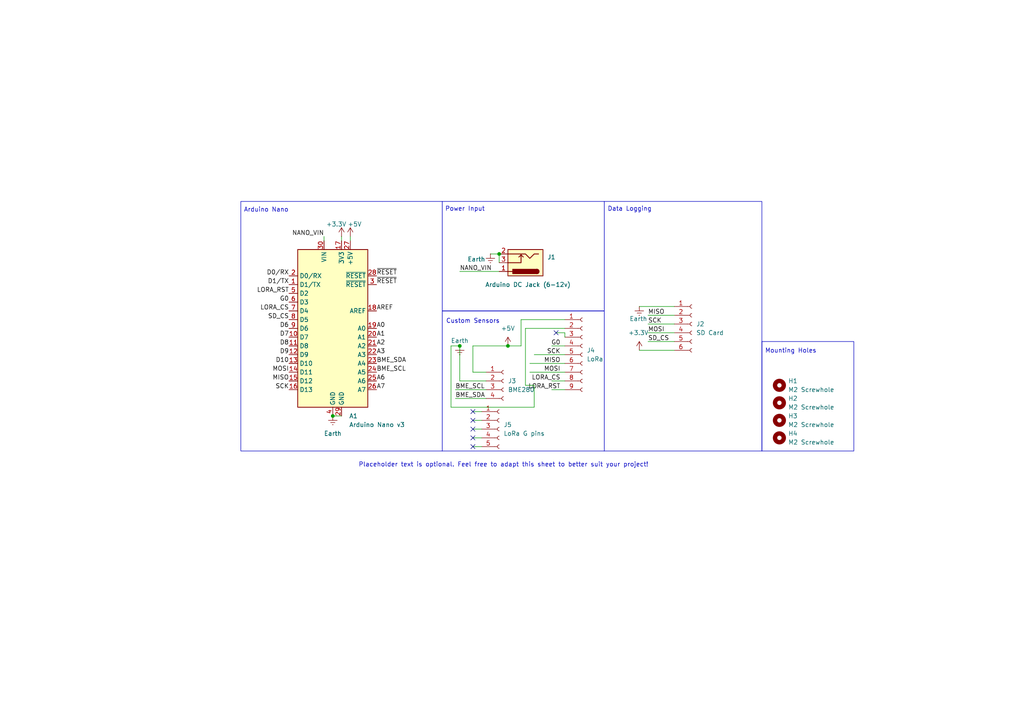
<source format=kicad_sch>
(kicad_sch (version 20250114) (generator "eeschema") (generator_version "9.0")
  (paper "A4")
  (title_block (title "LoRa thingy") (company "StratoScience Lab") (comment 1 "by Logan Caramanna"))
  (lib_symbols
    (symbol "Connector:Barrel_Jack_Switch" (pin_names (hide yes))
      (property "Reference" "J" (at 0 5.334 0))
      (property "Value" "Barrel_Jack_Switch" (at 0 -5.08 0))
      (symbol "Barrel_Jack_Switch_0_1"
        (rectangle (start -5.08 3.81) (end 5.08 -3.81) (stroke (width 0.254)) (fill (type background)))
        (polyline (pts (xy -3.81 -2.54) (xy -2.54 -2.54) (xy -1.27 -1.27) (xy 0 -2.54) (xy 2.54 -2.54) (xy 5.08 -2.54)) (stroke (width 0.254)))
        (arc (start -3.302 1.905) (mid -3.9343 2.54) (end -3.302 3.175) (stroke (width 0.254)))
        (arc (start -3.302 1.905) (mid -3.9343 2.54) (end -3.302 3.175) (stroke (width 0.254)) (fill (type outline)))
        (polyline (pts (xy 1.27 -2.286) (xy 1.905 -1.651)) (stroke (width 0.254)))
        (rectangle (start 3.683 3.175) (end -3.302 1.905) (stroke (width 0.254)) (fill (type outline)))
        (polyline (pts (xy 5.08 2.54) (xy 3.81 2.54)) (stroke (width 0.254)))
        (polyline (pts (xy 5.08 0) (xy 1.27 0) (xy 1.27 -2.286) (xy 0.635 -1.651)) (stroke (width 0.254)))
      )
      (symbol "Barrel_Jack_Switch_1_1"
        (pin passive line (at 7.62 2.54 180) (length 2.54) (name "~") (number "1"))
        (pin passive line (at 7.62 0 180) (length 2.54) (name "~") (number "3"))
        (pin passive line (at 7.62 -2.54 180) (length 2.54) (name "~") (number "2"))
      )
    )
    (symbol "Connector:Conn_01x04_Socket" (pin_names (offset 1.016) (hide yes))
      (property "Reference" "J" (at 0 5.08 0))
      (property "Value" "Conn_01x04_Socket" (at 0 -7.62 0))
      (symbol "Conn_01x04_Socket_1_1"
        (polyline (pts (xy -1.27 2.54) (xy -0.508 2.54)) (stroke (width 0.1524)))
        (polyline (pts (xy -1.27 0) (xy -0.508 0)) (stroke (width 0.1524)))
        (polyline (pts (xy -1.27 -2.54) (xy -0.508 -2.54)) (stroke (width 0.1524)))
        (polyline (pts (xy -1.27 -5.08) (xy -0.508 -5.08)) (stroke (width 0.1524)))
        (arc (start 0 2.032) (mid -0.5058 2.54) (end 0 3.048) (stroke (width 0.1524)))
        (arc (start 0 -0.508) (mid -0.5058 0) (end 0 0.508) (stroke (width 0.1524)))
        (arc (start 0 -3.048) (mid -0.5058 -2.54) (end 0 -2.032) (stroke (width 0.1524)))
        (arc (start 0 -5.588) (mid -0.5058 -5.08) (end 0 -4.572) (stroke (width 0.1524)))
        (pin passive line (at -5.08 2.54 0) (length 3.81) (name "Pin_1") (number "1"))
        (pin passive line (at -5.08 0 0) (length 3.81) (name "Pin_2") (number "2"))
        (pin passive line (at -5.08 -2.54 0) (length 3.81) (name "Pin_3") (number "3"))
        (pin passive line (at -5.08 -5.08 0) (length 3.81) (name "Pin_4") (number "4"))
      )
    )
    (symbol "Connector:Conn_01x05_Socket" (pin_names (offset 1.016) (hide yes))
      (property "Reference" "J" (at 0 7.62 0))
      (property "Value" "Conn_01x05_Socket" (at 0 -7.62 0))
      (symbol "Conn_01x05_Socket_1_1"
        (polyline (pts (xy -1.27 5.08) (xy -0.508 5.08)) (stroke (width 0.1524)))
        (polyline (pts (xy -1.27 2.54) (xy -0.508 2.54)) (stroke (width 0.1524)))
        (polyline (pts (xy -1.27 0) (xy -0.508 0)) (stroke (width 0.1524)))
        (polyline (pts (xy -1.27 -2.54) (xy -0.508 -2.54)) (stroke (width 0.1524)))
        (polyline (pts (xy -1.27 -5.08) (xy -0.508 -5.08)) (stroke (width 0.1524)))
        (arc (start 0 4.572) (mid -0.5058 5.08) (end 0 5.588) (stroke (width 0.1524)))
        (arc (start 0 2.032) (mid -0.5058 2.54) (end 0 3.048) (stroke (width 0.1524)))
        (arc (start 0 -0.508) (mid -0.5058 0) (end 0 0.508) (stroke (width 0.1524)))
        (arc (start 0 -3.048) (mid -0.5058 -2.54) (end 0 -2.032) (stroke (width 0.1524)))
        (arc (start 0 -5.588) (mid -0.5058 -5.08) (end 0 -4.572) (stroke (width 0.1524)))
        (pin passive line (at -5.08 5.08 0) (length 3.81) (name "Pin_1") (number "1"))
        (pin passive line (at -5.08 2.54 0) (length 3.81) (name "Pin_2") (number "2"))
        (pin passive line (at -5.08 0 0) (length 3.81) (name "Pin_3") (number "3"))
        (pin passive line (at -5.08 -2.54 0) (length 3.81) (name "Pin_4") (number "4"))
        (pin passive line (at -5.08 -5.08 0) (length 3.81) (name "Pin_5") (number "5"))
      )
    )
    (symbol "Connector:Conn_01x06_Socket" (pin_names (offset 1.016) (hide yes))
      (property "Reference" "J" (at 0 7.62 0))
      (property "Value" "Conn_01x06_Socket" (at 0 -10.16 0))
      (symbol "Conn_01x06_Socket_1_1"
        (polyline (pts (xy -1.27 5.08) (xy -0.508 5.08)) (stroke (width 0.1524)))
        (polyline (pts (xy -1.27 2.54) (xy -0.508 2.54)) (stroke (width 0.1524)))
        (polyline (pts (xy -1.27 0) (xy -0.508 0)) (stroke (width 0.1524)))
        (polyline (pts (xy -1.27 -2.54) (xy -0.508 -2.54)) (stroke (width 0.1524)))
        (polyline (pts (xy -1.27 -5.08) (xy -0.508 -5.08)) (stroke (width 0.1524)))
        (polyline (pts (xy -1.27 -7.62) (xy -0.508 -7.62)) (stroke (width 0.1524)))
        (arc (start 0 4.572) (mid -0.5058 5.08) (end 0 5.588) (stroke (width 0.1524)))
        (arc (start 0 2.032) (mid -0.5058 2.54) (end 0 3.048) (stroke (width 0.1524)))
        (arc (start 0 -0.508) (mid -0.5058 0) (end 0 0.508) (stroke (width 0.1524)))
        (arc (start 0 -3.048) (mid -0.5058 -2.54) (end 0 -2.032) (stroke (width 0.1524)))
        (arc (start 0 -5.588) (mid -0.5058 -5.08) (end 0 -4.572) (stroke (width 0.1524)))
        (arc (start 0 -8.128) (mid -0.5058 -7.62) (end 0 -7.112) (stroke (width 0.1524)))
        (pin passive line (at -5.08 5.08 0) (length 3.81) (name "Pin_1") (number "1"))
        (pin passive line (at -5.08 2.54 0) (length 3.81) (name "Pin_2") (number "2"))
        (pin passive line (at -5.08 0 0) (length 3.81) (name "Pin_3") (number "3"))
        (pin passive line (at -5.08 -2.54 0) (length 3.81) (name "Pin_4") (number "4"))
        (pin passive line (at -5.08 -5.08 0) (length 3.81) (name "Pin_5") (number "5"))
        (pin passive line (at -5.08 -7.62 0) (length 3.81) (name "Pin_6") (number "6"))
      )
    )
    (symbol "Connector:Conn_01x09_Socket" (pin_names (offset 1.016) (hide yes))
      (property "Reference" "J" (at 0 12.7 0))
      (property "Value" "Conn_01x09_Socket" (at 0 -12.7 0))
      (symbol "Conn_01x09_Socket_1_1"
        (polyline (pts (xy -1.27 10.16) (xy -0.508 10.16)) (stroke (width 0.1524)))
        (polyline (pts (xy -1.27 7.62) (xy -0.508 7.62)) (stroke (width 0.1524)))
        (polyline (pts (xy -1.27 5.08) (xy -0.508 5.08)) (stroke (width 0.1524)))
        (polyline (pts (xy -1.27 2.54) (xy -0.508 2.54)) (stroke (width 0.1524)))
        (polyline (pts (xy -1.27 0) (xy -0.508 0)) (stroke (width 0.1524)))
        (polyline (pts (xy -1.27 -2.54) (xy -0.508 -2.54)) (stroke (width 0.1524)))
        (polyline (pts (xy -1.27 -5.08) (xy -0.508 -5.08)) (stroke (width 0.1524)))
        (polyline (pts (xy -1.27 -7.62) (xy -0.508 -7.62)) (stroke (width 0.1524)))
        (polyline (pts (xy -1.27 -10.16) (xy -0.508 -10.16)) (stroke (width 0.1524)))
        (arc (start 0 9.652) (mid -0.5058 10.16) (end 0 10.668) (stroke (width 0.1524)))
        (arc (start 0 7.112) (mid -0.5058 7.62) (end 0 8.128) (stroke (width 0.1524)))
        (arc (start 0 4.572) (mid -0.5058 5.08) (end 0 5.588) (stroke (width 0.1524)))
        (arc (start 0 2.032) (mid -0.5058 2.54) (end 0 3.048) (stroke (width 0.1524)))
        (arc (start 0 -0.508) (mid -0.5058 0) (end 0 0.508) (stroke (width 0.1524)))
        (arc (start 0 -3.048) (mid -0.5058 -2.54) (end 0 -2.032) (stroke (width 0.1524)))
        (arc (start 0 -5.588) (mid -0.5058 -5.08) (end 0 -4.572) (stroke (width 0.1524)))
        (arc (start 0 -8.128) (mid -0.5058 -7.62) (end 0 -7.112) (stroke (width 0.1524)))
        (arc (start 0 -10.668) (mid -0.5058 -10.16) (end 0 -9.652) (stroke (width 0.1524)))
        (pin passive line (at -5.08 10.16 0) (length 3.81) (name "Pin_1") (number "1"))
        (pin passive line (at -5.08 7.62 0) (length 3.81) (name "Pin_2") (number "2"))
        (pin passive line (at -5.08 5.08 0) (length 3.81) (name "Pin_3") (number "3"))
        (pin passive line (at -5.08 2.54 0) (length 3.81) (name "Pin_4") (number "4"))
        (pin passive line (at -5.08 0 0) (length 3.81) (name "Pin_5") (number "5"))
        (pin passive line (at -5.08 -2.54 0) (length 3.81) (name "Pin_6") (number "6"))
        (pin passive line (at -5.08 -5.08 0) (length 3.81) (name "Pin_7") (number "7"))
        (pin passive line (at -5.08 -7.62 0) (length 3.81) (name "Pin_8") (number "8"))
        (pin passive line (at -5.08 -10.16 0) (length 3.81) (name "Pin_9") (number "9"))
      )
    )
    (symbol "MCU_Module:Arduino_Nano_v3.x"
      (property "Reference" "A" (at -10.16 23.495 0))
      (property "Value" "Arduino_Nano_v3.x" (at 5.08 -24.13 0))
      (symbol "Arduino_Nano_v3.x_0_1"
        (rectangle (start -10.16 22.86) (end 10.16 -22.86) (stroke (width 0.254)) (fill (type background)))
      )
      (symbol "Arduino_Nano_v3.x_1_1"
        (pin bidirectional line (at -12.7 15.24 0) (length 2.54) (name "D0/RX") (number "2"))
        (pin bidirectional line (at -12.7 12.7 0) (length 2.54) (name "D1/TX") (number "1"))
        (pin bidirectional line (at -12.7 10.16 0) (length 2.54) (name "D2") (number "5"))
        (pin bidirectional line (at -12.7 7.62 0) (length 2.54) (name "D3") (number "6"))
        (pin bidirectional line (at -12.7 5.08 0) (length 2.54) (name "D4") (number "7"))
        (pin bidirectional line (at -12.7 2.54 0) (length 2.54) (name "D5") (number "8"))
        (pin bidirectional line (at -12.7 0 0) (length 2.54) (name "D6") (number "9"))
        (pin bidirectional line (at -12.7 -2.54 0) (length 2.54) (name "D7") (number "10"))
        (pin bidirectional line (at -12.7 -5.08 0) (length 2.54) (name "D8") (number "11"))
        (pin bidirectional line (at -12.7 -7.62 0) (length 2.54) (name "D9") (number "12"))
        (pin bidirectional line (at -12.7 -10.16 0) (length 2.54) (name "D10") (number "13"))
        (pin bidirectional line (at -12.7 -12.7 0) (length 2.54) (name "D11") (number "14"))
        (pin bidirectional line (at -12.7 -15.24 0) (length 2.54) (name "D12") (number "15"))
        (pin bidirectional line (at -12.7 -17.78 0) (length 2.54) (name "D13") (number "16"))
        (pin power_in line (at -2.54 25.4 270) (length 2.54) (name "VIN") (number "30"))
        (pin power_in line (at 0 -25.4 90) (length 2.54) (name "GND") (number "4"))
        (pin power_out line (at 2.54 25.4 270) (length 2.54) (name "3V3") (number "17"))
        (pin power_in line (at 2.54 -25.4 90) (length 2.54) (name "GND") (number "29"))
        (pin power_out line (at 5.08 25.4 270) (length 2.54) (name "+5V") (number "27"))
        (pin input line (at 12.7 15.24 180) (length 2.54) (name "~{RESET}") (number "28"))
        (pin input line (at 12.7 12.7 180) (length 2.54) (name "~{RESET}") (number "3"))
        (pin input line (at 12.7 5.08 180) (length 2.54) (name "AREF") (number "18"))
        (pin bidirectional line (at 12.7 0 180) (length 2.54) (name "A0") (number "19"))
        (pin bidirectional line (at 12.7 -2.54 180) (length 2.54) (name "A1") (number "20"))
        (pin bidirectional line (at 12.7 -5.08 180) (length 2.54) (name "A2") (number "21"))
        (pin bidirectional line (at 12.7 -7.62 180) (length 2.54) (name "A3") (number "22"))
        (pin bidirectional line (at 12.7 -10.16 180) (length 2.54) (name "A4") (number "23"))
        (pin bidirectional line (at 12.7 -12.7 180) (length 2.54) (name "A5") (number "24"))
        (pin bidirectional line (at 12.7 -15.24 180) (length 2.54) (name "A6") (number "25"))
        (pin bidirectional line (at 12.7 -17.78 180) (length 2.54) (name "A7") (number "26"))
      )
    )
    (symbol "Mechanical:MountingHole" (pin_names (offset 1.016)) (exclude_from_sim yes) (in_bom no)
      (property "Reference" "H" (at 0 5.08 0))
      (property "Value" "MountingHole" (at 0 3.175 0))
      (symbol "MountingHole_0_1"
        (circle (center 0 0) (radius 1.27) (stroke (width 1.27)))
      )
    )
    (symbol "power:+3.3V" (power) (pin_numbers (hide yes)) (pin_names (offset 0) (hide yes))
      (property "Value" "+3.3V" (at 0 3.556 0))
      (symbol "+3.3V_0_1"
        (polyline (pts (xy -0.762 1.27) (xy 0 2.54)))
        (polyline (pts (xy 0 2.54) (xy 0.762 1.27)))
        (polyline (pts (xy 0 0) (xy 0 2.54)))
      )
      (symbol "+3.3V_1_1"
        (pin power_in line (at 0 0 90) (length 0) (name "~") (number "1"))
      )
    )
    (symbol "power:+5V" (power) (pin_numbers (hide yes)) (pin_names (offset 0) (hide yes))
      (property "Value" "+5V" (at 0 3.556 0))
      (symbol "+5V_0_1"
        (polyline (pts (xy -0.762 1.27) (xy 0 2.54)))
        (polyline (pts (xy 0 2.54) (xy 0.762 1.27)))
        (polyline (pts (xy 0 0) (xy 0 2.54)))
      )
      (symbol "+5V_1_1"
        (pin power_in line (at 0 0 90) (length 0) (name "~") (number "1"))
      )
    )
    (symbol "power:Earth" (power) (pin_numbers (hide yes)) (pin_names (offset 0) (hide yes))
      (property "Value" "Earth" (at 0 -3.81 0))
      (symbol "Earth_0_1"
        (polyline (pts (xy -0.635 -1.905) (xy 0.635 -1.905)))
        (polyline (pts (xy -0.127 -2.54) (xy 0.127 -2.54)))
        (polyline (pts (xy 0 -1.27) (xy 0 0)))
        (polyline (pts (xy 1.27 -1.27) (xy -1.27 -1.27)))
      )
      (symbol "Earth_1_1"
        (pin power_in line (at 0 0 270) (length 0) (name "~") (number "1"))
      )
    )
  )
  (rectangle (start 175.26 58.42) (end 220.98 130.81))
  (rectangle (start 220.98 99.06) (end 247.65 130.81))
  (rectangle (start 128.27 58.42) (end 175.26 90.17))
  (rectangle (start 128.27 90.17) (end 175.26 130.81))
  (rectangle (start 69.85 58.42) (end 128.27 130.81))
  (text "Data Logging" (at 182.626 60.706 0) (effects (font (size 1.27 1.27))))
  (text "Custom Sensors" (at 137.16 93.218 0) (effects (font (size 1.27 1.27))))
  (text "Power Input" (at 134.874 60.706 0) (effects (font (size 1.27 1.27))))
  (text "Arduino Nano" (at 77.216 60.96 0) (effects (font (size 1.27 1.27))))
  (text "Placeholder text is optional. Feel free to adapt this sheet to better suit your project!" (at 146.05 134.874 0) (effects (font (size 1.27 1.27))))
  (text "Mounting Holes" (at 229.362 101.854 0) (effects (font (size 1.27 1.27))))
  (junction (at 96.52 120.65))
  (junction (at 133.35 100.33))
  (junction (at 144.78 73.66))
  (junction (at 147.32 100.33))
  (no_connect (at 137.16 121.92))
  (no_connect (at 137.16 124.46))
  (no_connect (at 137.16 119.38))
  (no_connect (at 137.16 127))
  (no_connect (at 161.29 96.52))
  (no_connect (at 137.16 129.54))
  (wire (pts (xy 152.4 111.76) (xy 154.94 111.76)))
  (wire (pts (xy 147.32 100.33) (xy 137.16 100.33)))
  (wire (pts (xy 137.16 107.95) (xy 140.97 107.95)))
  (wire (pts (xy 133.35 100.33) (xy 133.35 110.49)))
  (wire (pts (xy 187.96 91.44) (xy 195.58 91.44)))
  (wire (pts (xy 133.35 110.49) (xy 140.97 110.49)))
  (wire (pts (xy 153.67 105.41) (xy 163.83 105.41)))
  (wire (pts (xy 187.96 96.52) (xy 195.58 96.52)))
  (wire (pts (xy 153.67 107.95) (xy 163.83 107.95)))
  (wire (pts (xy 154.94 102.87) (xy 163.83 102.87)))
  (wire (pts (xy 185.42 101.6) (xy 195.58 101.6)))
  (wire (pts (xy 93.98 68.58) (xy 93.98 69.85)))
  (wire (pts (xy 99.06 68.58) (xy 99.06 69.85)))
  (wire (pts (xy 132.08 115.57) (xy 140.97 115.57)))
  (wire (pts (xy 161.29 96.52) (xy 163.83 96.52)))
  (wire (pts (xy 151.13 92.71) (xy 151.13 100.33)))
  (wire (pts (xy 160.02 110.49) (xy 163.83 110.49)))
  (wire (pts (xy 154.94 118.11) (xy 130.81 118.11)))
  (wire (pts (xy 137.16 127) (xy 139.7 127)))
  (wire (pts (xy 137.16 124.46) (xy 139.7 124.46)))
  (wire (pts (xy 187.96 93.98) (xy 195.58 93.98)))
  (wire (pts (xy 163.83 92.71) (xy 151.13 92.71)))
  (wire (pts (xy 96.52 120.65) (xy 99.06 120.65)))
  (wire (pts (xy 160.02 100.33) (xy 163.83 100.33)))
  (wire (pts (xy 144.78 73.66) (xy 144.78 76.2)))
  (wire (pts (xy 137.16 129.54) (xy 139.7 129.54)))
  (wire (pts (xy 163.83 95.25) (xy 152.4 95.25)))
  (wire (pts (xy 187.96 99.06) (xy 195.58 99.06)))
  (wire (pts (xy 130.81 118.11) (xy 130.81 100.33)))
  (wire (pts (xy 160.02 113.03) (xy 163.83 113.03)))
  (wire (pts (xy 163.83 96.52) (xy 163.83 97.79)))
  (wire (pts (xy 130.81 100.33) (xy 133.35 100.33)))
  (wire (pts (xy 137.16 121.92) (xy 139.7 121.92)))
  (wire (pts (xy 133.35 78.74) (xy 144.78 78.74)))
  (wire (pts (xy 142.24 73.66) (xy 144.78 73.66)))
  (wire (pts (xy 132.08 113.03) (xy 140.97 113.03)))
  (wire (pts (xy 137.16 119.38) (xy 139.7 119.38)))
  (wire (pts (xy 152.4 95.25) (xy 152.4 111.76)))
  (wire (pts (xy 101.6 68.58) (xy 101.6 69.85)))
  (wire (pts (xy 185.42 88.9) (xy 195.58 88.9)))
  (wire (pts (xy 151.13 100.33) (xy 147.32 100.33)))
  (wire (pts (xy 154.94 111.76) (xy 154.94 118.11)))
  (wire (pts (xy 137.16 100.33) (xy 137.16 107.95)))
  (label "BME_SCL" (at 132.08 113.03 0))
  (label "D0/RX" (at 83.82 80.01 180))
  (label "D9" (at 83.82 102.87 180))
  (label "A1" (at 109.22 97.79 0))
  (label "MOSI" (at 187.96 96.52 0))
  (label "D1/TX" (at 83.82 82.55 180))
  (label "LORA_CS" (at 83.82 90.17 180))
  (label "SCK" (at 162.56 102.87 180))
  (label "LORA_RST" (at 162.56 113.03 180))
  (label "~{RESET}" (at 109.22 80.01 0))
  (label "MOSI" (at 162.56 107.95 180))
  (label "SD_CS" (at 187.96 99.06 0))
  (label "A6" (at 109.22 110.49 0))
  (label "D10" (at 83.82 105.41 180))
  (label "LORA_RST" (at 83.82 85.09 180))
  (label "SCK" (at 187.96 93.98 0))
  (label "A2" (at 109.22 100.33 0))
  (label "NANO_VIN" (at 133.35 78.74 0))
  (label "A7" (at 109.22 113.03 0))
  (label "D7" (at 83.82 97.79 180))
  (label "BME_SDA" (at 132.08 115.57 0))
  (label "MISO" (at 162.56 105.41 180))
  (label "AREF" (at 109.22 90.17 0))
  (label "A3" (at 109.22 102.87 0))
  (label "MOSI" (at 83.82 107.95 180))
  (label "G0" (at 83.82 87.63 180))
  (label "D8" (at 83.82 100.33 180))
  (label "NANO_VIN" (at 93.98 68.58 180))
  (label "SD_CS" (at 83.82 92.71 180))
  (label "A0" (at 109.22 95.25 0))
  (label "MISO" (at 83.82 110.49 180))
  (label "LORA_CS" (at 162.56 110.49 180))
  (label "D6" (at 83.82 95.25 180))
  (label "~{RESET}" (at 109.22 82.55 0))
  (label "BME_SCL" (at 109.22 107.95 0))
  (label "SCK" (at 83.82 113.03 180))
  (label "G0" (at 162.56 100.33 180))
  (label "BME_SDA" (at 109.22 105.41 0))
  (label "MISO" (at 187.96 91.44 0))
  (symbol (lib_id "Mechanical:MountingHole") (at 226.06 121.92 0) (unit 1) (exclude_from_sim yes) (in_bom no)
    (property "Reference" "H3" (at 228.6 120.6499 0) (effects (justify left)))
    (property "Value" "M2 Screwhole" (at 228.6 123.1899 0) (effects (justify left)))
    (property "Footprint" "MountingHole:MountingHole_2.2mm_M2" (effects (hide yes)))
    (property "Description" "Mounting Hole without connection" (effects (hide yes)))
  )
  (symbol (lib_id "Connector:Conn_01x09_Socket") (at 168.91 102.87 0) (unit 1)
    (property "Reference" "J4" (at 170.18 101.5999 0) (effects (justify left)))
    (property "Value" "LoRa" (at 170.18 104.1399 0) (effects (justify left)))
    (property "Footprint" "Connector_PinHeader_2.54mm:PinHeader_1x09_P2.54mm_Vertical" (effects (hide yes)))
    (property "Description" "Generic connector, single row, 01x09, script generated" (effects (hide yes)))
  )
  (symbol (lib_id "power:+5V") (at 147.32 100.33 0) (unit 1)
    (property "Reference" "#PWR08" (effects (hide yes)))
    (property "Value" "+5V" (at 147.32 95.25 0))
    (property "Description" "Power symbol creates a global label with name \"+5V\"" (effects (hide yes)))
  )
  (symbol (lib_id "Connector:Barrel_Jack_Switch") (at 152.4 76.2 180) (unit 1)
    (property "Reference" "J1" (at 158.75 74.5743 0) (effects (justify right)))
    (property "Value" "Arduino DC Jack (6-12v)" (at 140.716 82.55 0) (effects (justify right)))
    (property "Footprint" "Connector_BarrelJack:BarrelJack_GCT_DCJ200-10-A_Horizontal" (effects (hide yes)))
    (property "Description" "DC Barrel Jack with an internal switch" (effects (hide yes)))
  )
  (symbol (lib_id "Mechanical:MountingHole") (at 226.06 111.76 0) (unit 1) (exclude_from_sim yes) (in_bom no)
    (property "Reference" "H1" (at 228.6 110.4899 0) (effects (justify left)))
    (property "Value" "M2 Screwhole" (at 228.6 113.0299 0) (effects (justify left)))
    (property "Footprint" "MountingHole:MountingHole_2.2mm_M2" (effects (hide yes)))
    (property "Description" "Mounting Hole without connection" (effects (hide yes)))
  )
  (symbol (lib_id "power:Earth") (at 185.42 88.9 0) (unit 1)
    (property "Reference" "#PWR05" (effects (hide yes)))
    (property "Value" "Earth" (at 185.166 92.456 0))
    (property "Description" "Power symbol creates a global label with name \"Earth\"" (effects (hide yes)))
  )
  (symbol (lib_id "Mechanical:MountingHole") (at 226.06 116.84 0) (unit 1) (exclude_from_sim yes) (in_bom no)
    (property "Reference" "H2" (at 228.6 115.5699 0) (effects (justify left)))
    (property "Value" "M2 Screwhole" (at 228.6 118.1099 0) (effects (justify left)))
    (property "Footprint" "MountingHole:MountingHole_2.2mm_M2" (effects (hide yes)))
    (property "Description" "Mounting Hole without connection" (effects (hide yes)))
  )
  (symbol (lib_id "power:+3.3V") (at 99.06 68.58 0) (unit 1)
    (property "Reference" "#PWR03" (effects (hide yes)))
    (property "Value" "+3.3V" (at 97.536 65.024 0))
    (property "Description" "Power symbol creates a global label with name \"+3.3V\"" (effects (hide yes)))
  )
  (symbol (lib_id "power:Earth") (at 96.52 120.65 0) (unit 1)
    (property "Reference" "#PWR01" (effects (hide yes)))
    (property "Value" "Earth" (at 96.52 125.73 0))
    (property "Description" "Power symbol creates a global label with name \"Earth\"" (effects (hide yes)))
  )
  (symbol (lib_id "MCU_Module:Arduino_Nano_v3.x") (at 96.52 95.25 0) (unit 1)
    (property "Reference" "A1" (at 101.2541 120.65 0) (effects (justify left)))
    (property "Value" "Arduino Nano v3" (at 101.2541 123.19 0) (effects (justify left)))
    (property "Footprint" "Module:Arduino_Nano" (effects (hide yes)))
    (property "Datasheet" "http://www.mouser.com/pdfdocs/Gravitech_Arduino_Nano3_0.pdf" (effects (hide yes)))
    (property "Description" "Arduino Nano v3.x" (effects (hide yes)))
  )
  (symbol (lib_id "Connector:Conn_01x06_Socket") (at 200.66 93.98 0) (unit 1)
    (property "Reference" "J2" (at 201.93 93.9799 0) (effects (justify left)))
    (property "Value" "SD Card" (at 201.93 96.5199 0) (effects (justify left)))
    (property "Footprint" "Connector_PinHeader_2.54mm:PinHeader_1x06_P2.54mm_Vertical" (effects (hide yes)))
    (property "Description" "Generic connector, single row, 01x06, script generated" (effects (hide yes)))
  )
  (symbol (lib_id "power:Earth") (at 133.35 100.33 0) (unit 1)
    (property "Reference" "#PWR07" (effects (hide yes)))
    (property "Value" "Earth" (at 133.35 98.806 0))
    (property "Description" "Power symbol creates a global label with name \"Earth\"" (effects (hide yes)))
  )
  (symbol (lib_id "Connector:Conn_01x05_Socket") (at 144.78 124.46 0) (unit 1)
    (property "Reference" "J5" (at 146.05 123.1899 0) (effects (justify left)))
    (property "Value" "LoRa G pins" (at 146.05 125.7299 0) (effects (justify left)))
    (property "Footprint" "Connector_PinHeader_2.54mm:PinHeader_1x05_P2.54mm_Vertical" (effects (hide yes)))
    (property "Description" "Generic connector, single row, 01x05, script generated" (effects (hide yes)))
  )
  (symbol (lib_id "power:+3.3V") (at 185.42 101.6 0) (unit 1)
    (property "Reference" "#PWR06" (effects (hide yes)))
    (property "Value" "+3.3V" (at 185.166 96.52 0))
    (property "Description" "Power symbol creates a global label with name \"+3.3V\"" (effects (hide yes)))
  )
  (symbol (lib_id "power:Earth") (at 142.24 73.66 0) (unit 1)
    (property "Reference" "#PWR04" (effects (hide yes)))
    (property "Value" "Earth" (at 138.176 75.184 0))
    (property "Description" "Power symbol creates a global label with name \"Earth\"" (effects (hide yes)))
  )
  (symbol (lib_id "Connector:Conn_01x04_Socket") (at 146.05 110.49 0) (unit 1)
    (property "Reference" "J3" (at 147.32 110.4899 0) (effects (justify left)))
    (property "Value" "BME280" (at 147.32 113.0299 0) (effects (justify left)))
    (property "Footprint" "Connector_PinHeader_2.54mm:PinHeader_1x04_P2.54mm_Vertical" (effects (hide yes)))
    (property "Description" "Generic connector, single row, 01x04, script generated" (effects (hide yes)))
  )
  (symbol (lib_id "Mechanical:MountingHole") (at 226.06 127 0) (unit 1) (exclude_from_sim yes) (in_bom no)
    (property "Reference" "H4" (at 228.6 125.7299 0) (effects (justify left)))
    (property "Value" "M2 Screwhole" (at 228.6 128.2699 0) (effects (justify left)))
    (property "Footprint" "MountingHole:MountingHole_2.2mm_M2" (effects (hide yes)))
    (property "Description" "Mounting Hole without connection" (effects (hide yes)))
  )
  (symbol (lib_id "power:+5V") (at 101.6 68.58 0) (unit 1)
    (property "Reference" "#PWR02" (effects (hide yes)))
    (property "Value" "+5V" (at 102.87 65.024 0))
    (property "Description" "Power symbol creates a global label with name \"+5V\"" (effects (hide yes)))
  )
)
</source>
